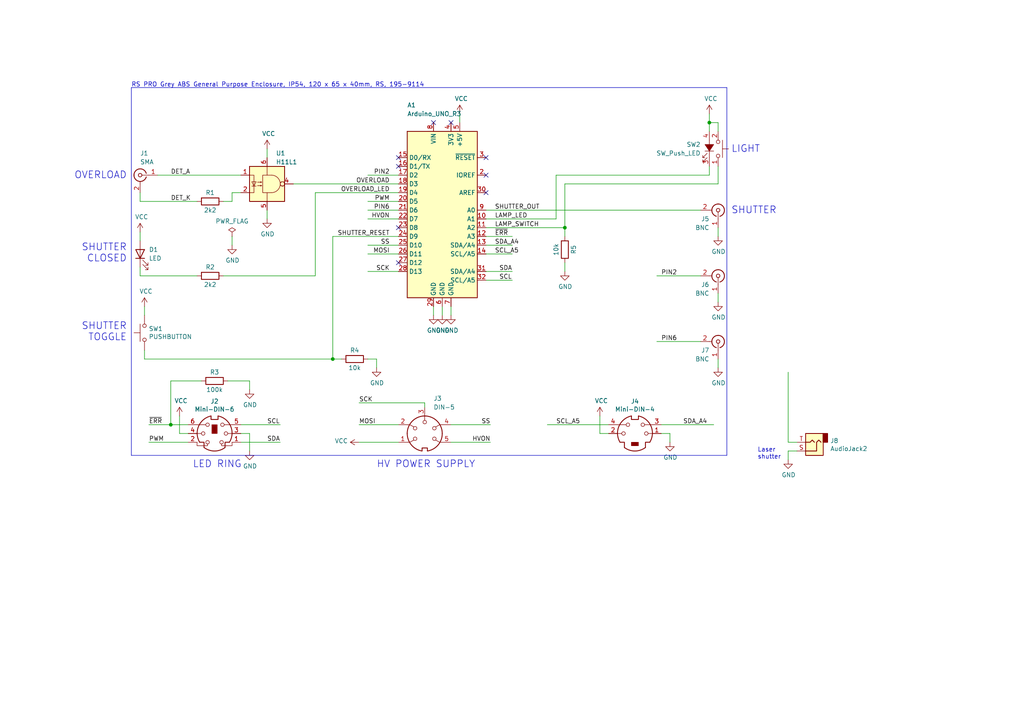
<source format=kicad_sch>
(kicad_sch (version 20230121) (generator eeschema)
  (paper "A4")
  (title_block (title "Detector Overload Shutter Controller") (date "2018-08-30") (rev "0") (company "King's College London") (comment 1 "Jakub Nedbal") (comment 2 "BSD license"))
  (lib_symbols
    (symbol "Connector:Conn_Coaxial" (pin_names (offset 1.016) hide)
      (property "Reference" "J" (at 0.254 3.048 0))
      (property "Value" "Conn_Coaxial" (at 2.921 0 90))
      (symbol "Conn_Coaxial_0_1"
        (arc (start -1.778 -0.508) (mid 0.2311 -1.8066) (end 1.778 0) (stroke (width 0.254)))
        (polyline (pts (xy -2.54 0) (xy -0.508 0)))
        (polyline (pts (xy 0 -2.54) (xy 0 -1.778)))
        (circle (center 0 0) (radius 0.508) (stroke (width 0.2032)))
        (arc (start 1.778 0) (mid 0.2099 1.8101) (end -1.778 0.508) (stroke (width 0.254)))
      )
      (symbol "Conn_Coaxial_1_1"
        (pin passive line (at -5.08 0 0) (length 2.54) (name "In") (number "1"))
        (pin passive line (at 0 -5.08 90) (length 2.54) (name "Ext") (number "2"))
      )
    )
    (symbol "Connector:DIN-5" (pin_names (offset 1.016))
      (property "Reference" "J" (at 3.175 5.715 0))
      (property "Value" "DIN-5" (at 0 -6.35 0))
      (symbol "DIN-5_0_1"
        (arc (start -5.08 0) (mid -3.8609 -3.3364) (end -0.762 -5.08) (stroke (width 0.254)))
        (circle (center -2.794 -1.524) (radius 0.508))
        (circle (center -2.794 1.524) (radius 0.508))
        (polyline (pts (xy 0 5.08) (xy 0 3.81)))
        (polyline (pts (xy -5.08 -2.54) (xy -4.318 -2.54) (xy -3.175 -1.905)))
        (polyline (pts (xy -5.08 2.54) (xy -4.318 2.54) (xy -3.175 1.905)))
        (polyline (pts (xy 5.08 -2.54) (xy 4.318 -2.54) (xy 3.175 -1.905)))
        (polyline (pts (xy 5.08 2.54) (xy 4.318 2.54) (xy 3.175 1.905)))
        (polyline (pts (xy -0.762 -4.953) (xy -0.762 -4.191) (xy 0.762 -4.191) (xy 0.762 -4.953)) (stroke (width 0.254)))
        (circle (center 0 3.302) (radius 0.508))
        (arc (start 0.762 -5.08) (mid 3.8685 -3.343) (end 5.08 0) (stroke (width 0.254)))
        (circle (center 2.794 -1.524) (radius 0.508))
        (circle (center 2.794 1.524) (radius 0.508))
        (arc (start 5.08 0) (mid 0 5.0579) (end -5.08 0) (stroke (width 0.254)))
      )
      (symbol "DIN-5_1_1"
        (pin passive line (at -7.62 -2.54 0) (length 2.54) (name "~") (number "1"))
        (pin passive line (at -7.62 2.54 0) (length 2.54) (name "~") (number "2"))
        (pin passive line (at 0 7.62 270) (length 2.54) (name "~") (number "3"))
        (pin passive line (at 7.62 2.54 180) (length 2.54) (name "~") (number "4"))
        (pin passive line (at 7.62 -2.54 180) (length 2.54) (name "~") (number "5"))
      )
    )
    (symbol "Connector:Mini-DIN-4" (pin_names (offset 1.016))
      (property "Reference" "J" (at 0 6.35 0))
      (property "Value" "Mini-DIN-4" (at 0 -6.35 0))
      (symbol "Mini-DIN-4_0_1"
        (circle (center -3.302 0) (radius 0.508))
        (arc (start -3.048 -4.064) (mid 0 -5.08) (end 3.048 -4.064) (stroke (width 0.254)))
        (circle (center -2.032 2.54) (radius 0.508))
        (rectangle (start -1.016 -2.54) (end 1.016 -3.556) (fill (type outline)))
        (arc (start -1.016 5.08) (mid -4.6228 2.1214) (end -4.318 -2.54) (stroke (width 0.254)))
        (polyline (pts (xy -3.81 0) (xy -5.08 0)))
        (polyline (pts (xy -2.54 2.54) (xy -5.08 2.54)))
        (polyline (pts (xy 2.794 2.54) (xy 5.08 2.54)))
        (polyline (pts (xy 5.08 0) (xy 3.81 0)))
        (polyline (pts (xy -4.318 -2.54) (xy -3.048 -2.54) (xy -3.048 -4.064)) (stroke (width 0.254)))
        (polyline (pts (xy 4.318 -2.54) (xy 3.048 -2.54) (xy 3.048 -4.064)) (stroke (width 0.254)))
        (polyline (pts (xy -1.016 5.08) (xy -1.016 4.064) (xy 1.016 4.064) (xy 1.016 5.08)) (stroke (width 0.254)))
        (circle (center 2.286 2.54) (radius 0.508))
        (circle (center 3.302 0) (radius 0.508))
        (arc (start 4.318 -2.54) (mid 4.6661 2.1322) (end 1.016 5.08) (stroke (width 0.254)))
      )
      (symbol "Mini-DIN-4_1_1"
        (pin passive line (at 7.62 0 180) (length 2.54) (name "~") (number "1"))
        (pin passive line (at -7.62 0 0) (length 2.54) (name "~") (number "2"))
        (pin passive line (at 7.62 2.54 180) (length 2.54) (name "~") (number "3"))
        (pin passive line (at -7.62 2.54 0) (length 2.54) (name "~") (number "4"))
      )
    )
    (symbol "Connector:Mini-DIN-6" (pin_names (offset 1.016))
      (property "Reference" "J" (at 0 6.35 0))
      (property "Value" "Mini-DIN-6" (at 0 -6.35 0))
      (symbol "Mini-DIN-6_0_1"
        (circle (center -3.302 0) (radius 0.508))
        (arc (start -3.048 -4.064) (mid 0 -5.08) (end 3.048 -4.064) (stroke (width 0.254)))
        (circle (center -2.032 -2.54) (radius 0.508))
        (circle (center -2.032 2.54) (radius 0.508))
        (arc (start -1.016 5.08) (mid -4.6228 2.1214) (end -4.318 -2.54) (stroke (width 0.254)))
        (rectangle (start -0.762 2.54) (end 0.762 0) (fill (type outline)))
        (polyline (pts (xy -3.81 0) (xy -5.08 0)))
        (polyline (pts (xy -2.54 2.54) (xy -5.08 2.54)))
        (polyline (pts (xy 2.794 2.54) (xy 5.08 2.54)))
        (polyline (pts (xy 5.08 0) (xy 3.81 0)))
        (polyline (pts (xy -4.318 -2.54) (xy -3.048 -2.54) (xy -3.048 -4.064)) (stroke (width 0.254)))
        (polyline (pts (xy 4.318 -2.54) (xy 3.048 -2.54) (xy 3.048 -4.064)) (stroke (width 0.254)))
        (polyline (pts (xy -2.032 -3.048) (xy -2.032 -3.556) (xy -5.08 -3.556) (xy -5.08 -2.54)))
        (polyline (pts (xy -1.016 5.08) (xy -1.016 4.064) (xy 1.016 4.064) (xy 1.016 5.08)) (stroke (width 0.254)))
        (polyline (pts (xy 2.032 -3.048) (xy 2.032 -3.556) (xy 5.08 -3.556) (xy 5.08 -2.54)))
        (circle (center 2.032 -2.54) (radius 0.508))
        (circle (center 2.286 2.54) (radius 0.508))
        (circle (center 3.302 0) (radius 0.508))
        (arc (start 4.318 -2.54) (mid 4.6661 2.1322) (end 1.016 5.08) (stroke (width 0.254)))
      )
      (symbol "Mini-DIN-6_1_1"
        (pin passive line (at 7.62 -2.54 180) (length 2.54) (name "~") (number "1"))
        (pin passive line (at -7.62 -2.54 0) (length 2.54) (name "~") (number "2"))
        (pin passive line (at 7.62 0 180) (length 2.54) (name "~") (number "3"))
        (pin passive line (at -7.62 0 0) (length 2.54) (name "~") (number "4"))
        (pin passive line (at 7.62 2.54 180) (length 2.54) (name "~") (number "5"))
        (pin passive line (at -7.62 2.54 0) (length 2.54) (name "~") (number "6"))
      )
    )
    (symbol "Device:LED" (pin_numbers hide) (pin_names (offset 1.016) hide)
      (property "Reference" "D" (at 0 2.54 0))
      (property "Value" "LED" (at 0 -2.54 0))
      (symbol "LED_0_1"
        (polyline (pts (xy -1.27 -1.27) (xy -1.27 1.27)) (stroke (width 0.254)))
        (polyline (pts (xy -1.27 0) (xy 1.27 0)))
        (polyline (pts (xy 1.27 -1.27) (xy 1.27 1.27) (xy -1.27 0) (xy 1.27 -1.27)) (stroke (width 0.254)))
        (polyline (pts (xy -3.048 -0.762) (xy -4.572 -2.286) (xy -3.81 -2.286) (xy -4.572 -2.286) (xy -4.572 -1.524)))
        (polyline (pts (xy -1.778 -0.762) (xy -3.302 -2.286) (xy -2.54 -2.286) (xy -3.302 -2.286) (xy -3.302 -1.524)))
      )
      (symbol "LED_1_1"
        (pin passive line (at -3.81 0 0) (length 2.54) (name "K") (number "1"))
        (pin passive line (at 3.81 0 180) (length 2.54) (name "A") (number "2"))
      )
    )
    (symbol "Device:R" (pin_numbers hide) (pin_names (offset 0))
      (property "Reference" "R" (at 2.032 0 90))
      (property "Value" "R" (at 0 0 90))
      (symbol "R_0_1"
        (rectangle (start -1.016 -2.54) (end 1.016 2.54) (stroke (width 0.254)))
      )
      (symbol "R_1_1"
        (pin passive line (at 0 3.81 270) (length 1.27) (name "~") (number "1"))
        (pin passive line (at 0 -3.81 90) (length 1.27) (name "~") (number "2"))
      )
    )
    (symbol "Isolator:H11L1" (pin_names (offset 1.016))
      (property "Reference" "U" (at 1.27 8.89 0))
      (property "Value" "H11L1" (at 1.27 6.35 0))
      (symbol "H11L1_0_1"
        (rectangle (start -5.08 5.08) (end 5.08 -5.08) (stroke (width 0.254)) (fill (type background)))
        (polyline (pts (xy -4.445 -0.635) (xy -3.175 -0.635)))
        (polyline (pts (xy 0 2.54) (xy 0 5.08)))
        (polyline (pts (xy 0 -2.54) (xy 0 -5.08) (xy 0 -3.81)))
        (polyline (pts (xy -5.08 -2.54) (xy -3.81 -2.54) (xy -3.81 2.54) (xy -5.08 2.54)))
        (polyline (pts (xy -3.81 -0.635) (xy -4.445 0.635) (xy -3.175 0.635) (xy -3.81 -0.635)))
        (polyline (pts (xy 1.27 -2.54) (xy -1.27 -2.54) (xy -1.27 2.54) (xy 1.27 2.54)))
        (polyline (pts (xy -2.794 -0.508) (xy -1.524 -0.508) (xy -1.905 -0.635) (xy -1.905 -0.381) (xy -1.524 -0.508)))
        (polyline (pts (xy -2.794 0.508) (xy -1.524 0.508) (xy -1.905 0.381) (xy -1.905 0.635) (xy -1.524 0.508)))
        (arc (start 1.27 -2.54) (mid 3.799 0) (end 1.27 2.54))
      )
      (symbol "H11L1_1_1"
        (pin passive line (at -7.62 2.54 0) (length 2.54) (name "~") (number "1"))
        (pin passive line (at -7.62 -2.54 0) (length 2.54) (name "~") (number "2"))
        (pin no_connect line (at -5.08 0 0) (length 2.54) hide (name "~") (number "3"))
        (pin output inverted (at 7.62 0 180) (length 3.81) (name "~") (number "4"))
        (pin power_in line (at 0 -7.62 90) (length 2.54) (name "~") (number "5"))
        (pin power_in line (at 0 7.62 270) (length 2.54) (name "~") (number "6"))
      )
    )
    (symbol "MCP_shutter_driver-rescue:AudioJack2-Connector"
      (property "Reference" "J" (at 0 8.89 0))
      (property "Value" "Connector_AudioJack2" (at 0 6.35 0))
      (symbol "AudioJack2-Connector_0_1"
        (rectangle (start -3.81 0) (end -2.54 -2.54) (stroke (width 0.254)) (fill (type outline)))
        (rectangle (start -2.54 3.81) (end 2.54 -2.54) (stroke (width 0.254)) (fill (type background)))
        (polyline (pts (xy 0 0) (xy 0.635 -0.635) (xy 1.27 0) (xy 2.54 0)) (stroke (width 0.254)))
        (polyline (pts (xy 2.54 2.54) (xy -0.635 2.54) (xy -0.635 0) (xy -1.27 -0.635) (xy -1.905 0)) (stroke (width 0.254)))
      )
      (symbol "AudioJack2-Connector_1_1"
        (pin passive line (at 5.08 2.54 180) (length 2.54) (name "~") (number "S"))
        (pin passive line (at 5.08 0 180) (length 2.54) (name "~") (number "T"))
      )
    )
    (symbol "MCU_Module:Arduino_UNO_R3"
      (property "Reference" "A" (at -10.16 23.495 0))
      (property "Value" "Arduino_UNO_R3" (at 5.08 -26.67 0))
      (symbol "Arduino_UNO_R3_0_1"
        (rectangle (start -10.16 22.86) (end 10.16 -25.4) (stroke (width 0.254)) (fill (type background)))
      )
      (symbol "Arduino_UNO_R3_1_1"
        (pin no_connect line (at -10.16 -20.32 0) (length 2.54) hide (name "NC") (number "1"))
        (pin bidirectional line (at 12.7 -2.54 180) (length 2.54) (name "A1") (number "10"))
        (pin bidirectional line (at 12.7 -5.08 180) (length 2.54) (name "A2") (number "11"))
        (pin bidirectional line (at 12.7 -7.62 180) (length 2.54) (name "A3") (number "12"))
        (pin bidirectional line (at 12.7 -10.16 180) (length 2.54) (name "SDA/A4") (number "13"))
        (pin bidirectional line (at 12.7 -12.7 180) (length 2.54) (name "SCL/A5") (number "14"))
        (pin bidirectional line (at -12.7 15.24 0) (length 2.54) (name "D0/RX") (number "15"))
        (pin bidirectional line (at -12.7 12.7 0) (length 2.54) (name "D1/TX") (number "16"))
        (pin bidirectional line (at -12.7 10.16 0) (length 2.54) (name "D2") (number "17"))
        (pin bidirectional line (at -12.7 7.62 0) (length 2.54) (name "D3") (number "18"))
        (pin bidirectional line (at -12.7 5.08 0) (length 2.54) (name "D4") (number "19"))
        (pin output line (at 12.7 10.16 180) (length 2.54) (name "IOREF") (number "2"))
        (pin bidirectional line (at -12.7 2.54 0) (length 2.54) (name "D5") (number "20"))
        (pin bidirectional line (at -12.7 0 0) (length 2.54) (name "D6") (number "21"))
        (pin bidirectional line (at -12.7 -2.54 0) (length 2.54) (name "D7") (number "22"))
        (pin bidirectional line (at -12.7 -5.08 0) (length 2.54) (name "D8") (number "23"))
        (pin bidirectional line (at -12.7 -7.62 0) (length 2.54) (name "D9") (number "24"))
        (pin bidirectional line (at -12.7 -10.16 0) (length 2.54) (name "D10") (number "25"))
        (pin bidirectional line (at -12.7 -12.7 0) (length 2.54) (name "D11") (number "26"))
        (pin bidirectional line (at -12.7 -15.24 0) (length 2.54) (name "D12") (number "27"))
        (pin bidirectional line (at -12.7 -17.78 0) (length 2.54) (name "D13") (number "28"))
        (pin power_in line (at -2.54 -27.94 90) (length 2.54) (name "GND") (number "29"))
        (pin input line (at 12.7 15.24 180) (length 2.54) (name "~{RESET}") (number "3"))
        (pin input line (at 12.7 5.08 180) (length 2.54) (name "AREF") (number "30"))
        (pin bidirectional line (at 12.7 -17.78 180) (length 2.54) (name "SDA/A4") (number "31"))
        (pin bidirectional line (at 12.7 -20.32 180) (length 2.54) (name "SCL/A5") (number "32"))
        (pin power_out line (at 2.54 25.4 270) (length 2.54) (name "3V3") (number "4"))
        (pin power_out line (at 5.08 25.4 270) (length 2.54) (name "+5V") (number "5"))
        (pin power_in line (at 0 -27.94 90) (length 2.54) (name "GND") (number "6"))
        (pin power_in line (at 2.54 -27.94 90) (length 2.54) (name "GND") (number "7"))
        (pin power_in line (at -2.54 25.4 270) (length 2.54) (name "VIN") (number "8"))
        (pin bidirectional line (at 12.7 0 180) (length 2.54) (name "A0") (number "9"))
      )
    )
    (symbol "Switch:SW_Push" (pin_numbers hide) (pin_names (offset 1.016) hide)
      (property "Reference" "SW" (at 1.27 2.54 0))
      (property "Value" "SW_Push" (at 0 -1.524 0))
      (symbol "SW_Push_0_1"
        (circle (center -2.032 0) (radius 0.508))
        (polyline (pts (xy 0 1.27) (xy 0 3.048)))
        (polyline (pts (xy 2.54 1.27) (xy -2.54 1.27)))
        (circle (center 2.032 0) (radius 0.508))
        (pin passive line (at -5.08 0 0) (length 2.54) (name "1") (number "1"))
        (pin passive line (at 5.08 0 180) (length 2.54) (name "2") (number "2"))
      )
    )
    (symbol "Switch:SW_Push_LED" (pin_names (offset 1.016) hide)
      (property "Reference" "SW" (at 0.635 5.715 0))
      (property "Value" "SW_Push_LED" (at 0 -3.175 0))
      (symbol "SW_Push_LED_0_0"
        (polyline (pts (xy -3.81 -1.905) (xy -2.54 -0.635)))
        (polyline (pts (xy -2.54 -1.905) (xy -1.27 -0.635)))
        (polyline (pts (xy -2.54 0) (xy 2.54 0)))
        (polyline (pts (xy -0.635 1.27) (xy -0.635 -1.27)))
        (polyline (pts (xy -3.81 -1.27) (xy -3.81 -1.905) (xy -3.175 -1.905)))
        (polyline (pts (xy -2.54 -1.27) (xy -2.54 -1.905) (xy -1.905 -1.905)))
        (polyline (pts (xy -0.635 0) (xy 1.27 1.27) (xy 1.27 -1.27) (xy -0.635 0)) (fill (type outline)))
      )
      (symbol "SW_Push_LED_0_1"
        (circle (center -2.032 2.54) (radius 0.508))
        (polyline (pts (xy 0 3.81) (xy 0 5.588)))
        (polyline (pts (xy 2.54 3.81) (xy -2.54 3.81)))
        (circle (center 2.032 2.54) (radius 0.508))
        (pin passive line (at -5.08 2.54 0) (length 2.54) (name "1") (number "1"))
        (pin passive line (at 5.08 2.54 180) (length 2.54) (name "2") (number "2"))
        (pin passive line (at -5.08 0 0) (length 2.54) (name "K") (number "3"))
        (pin passive line (at 5.08 0 180) (length 2.54) (name "A") (number "4"))
      )
    )
    (symbol "power:GND" (power) (pin_names (offset 0))
      (property "Value" "GND" (at 0 -3.81 0))
      (symbol "GND_0_1"
        (polyline (pts (xy 0 0) (xy 0 -1.27) (xy 1.27 -1.27) (xy 0 -2.54) (xy -1.27 -1.27) (xy 0 -1.27)))
      )
      (symbol "GND_1_1"
        (pin power_in line (at 0 0 270) (length 0) hide (name "GND") (number "1"))
      )
    )
    (symbol "power:PWR_FLAG" (power) (pin_numbers hide) (pin_names (offset 0) hide)
      (property "Value" "PWR_FLAG" (at 0 3.81 0))
      (symbol "PWR_FLAG_0_0"
        (pin power_out line (at 0 0 90) (length 0) (name "pwr") (number "1"))
      )
      (symbol "PWR_FLAG_0_1"
        (polyline (pts (xy 0 0) (xy 0 1.27) (xy -1.016 1.905) (xy 0 2.54) (xy 1.016 1.905) (xy 0 1.27)))
      )
    )
    (symbol "power:VCC" (power) (pin_names (offset 0))
      (property "Value" "VCC" (at 0 3.81 0))
      (symbol "VCC_0_1"
        (polyline (pts (xy -0.762 1.27) (xy 0 2.54)))
        (polyline (pts (xy 0 0) (xy 0 2.54)))
        (polyline (pts (xy 0 2.54) (xy 0.762 1.27)))
      )
      (symbol "VCC_1_1"
        (pin power_in line (at 0 0 90) (length 0) hide (name "VCC") (number "1"))
      )
    )
  )
  (junction (at 205.74 35.56))
  (junction (at 49.53 123.19))
  (junction (at 96.52 104.14))
  (junction (at 163.83 66.04))
  (no_connect (at 115.57 66.04))
  (no_connect (at 140.97 50.8))
  (no_connect (at 130.81 35.56))
  (no_connect (at 115.57 48.26))
  (no_connect (at 115.57 45.72))
  (no_connect (at 115.57 76.2))
  (no_connect (at 140.97 45.72))
  (no_connect (at 125.73 35.56))
  (no_connect (at 140.97 55.88))
  (wire (pts (xy 205.74 33.02) (xy 205.74 35.56)))
  (wire (pts (xy 69.85 123.19) (xy 81.28 123.19)))
  (wire (pts (xy 54.61 125.73) (xy 52.07 125.73)))
  (wire (pts (xy 115.57 58.42) (xy 106.68 58.42)))
  (wire (pts (xy 208.28 48.26) (xy 208.28 53.34)))
  (wire (pts (xy 40.64 69.85) (xy 40.64 67.31)))
  (wire (pts (xy 99.06 104.14) (xy 96.52 104.14)))
  (wire (pts (xy 72.39 110.49) (xy 66.04 110.49)))
  (wire (pts (xy 140.97 68.58) (xy 148.59 68.58)))
  (wire (pts (xy 115.57 60.96) (xy 106.68 60.96)))
  (wire (pts (xy 205.74 50.8) (xy 161.29 50.8)))
  (wire (pts (xy 133.35 35.56) (xy 133.35 33.02)))
  (wire (pts (xy 91.44 55.88) (xy 115.57 55.88)))
  (wire (pts (xy 176.53 123.19) (xy 158.75 123.19)))
  (wire (pts (xy 140.97 66.04) (xy 163.83 66.04)))
  (wire (pts (xy 208.28 66.04) (xy 208.28 68.58)))
  (wire (pts (xy 191.77 125.73) (xy 194.31 125.73)))
  (wire (pts (xy 123.19 116.84) (xy 104.14 116.84)))
  (wire (pts (xy 228.6 130.81) (xy 228.6 133.35)))
  (wire (pts (xy 125.73 91.44) (xy 125.73 88.9)))
  (wire (pts (xy 69.85 50.8) (xy 45.72 50.8)))
  (wire (pts (xy 40.64 77.47) (xy 40.64 80.01)))
  (wire (pts (xy 173.99 125.73) (xy 173.99 120.65)))
  (wire (pts (xy 96.52 68.58) (xy 96.52 104.14)))
  (wire (pts (xy 115.57 50.8) (xy 106.68 50.8)))
  (wire (pts (xy 190.5 99.06) (xy 203.2 99.06)))
  (polyline (pts (xy 210.82 132.08) (xy 38.1 132.08)))
  (wire (pts (xy 54.61 128.27) (xy 43.18 128.27)))
  (wire (pts (xy 140.97 78.74) (xy 148.59 78.74)))
  (wire (pts (xy 231.14 128.27) (xy 228.6 128.27)))
  (wire (pts (xy 77.47 45.72) (xy 77.47 43.18)))
  (wire (pts (xy 64.77 80.01) (xy 91.44 80.01)))
  (wire (pts (xy 231.14 130.81) (xy 228.6 130.81)))
  (wire (pts (xy 191.77 123.19) (xy 207.01 123.19)))
  (wire (pts (xy 67.31 58.42) (xy 67.31 55.88)))
  (wire (pts (xy 208.28 104.14) (xy 208.28 106.68)))
  (wire (pts (xy 104.14 128.27) (xy 115.57 128.27)))
  (wire (pts (xy 115.57 123.19) (xy 104.14 123.19)))
  (wire (pts (xy 69.85 125.73) (xy 72.39 125.73)))
  (wire (pts (xy 54.61 123.19) (xy 49.53 123.19)))
  (wire (pts (xy 140.97 81.28) (xy 148.59 81.28)))
  (wire (pts (xy 109.22 104.14) (xy 109.22 106.68)))
  (wire (pts (xy 49.53 123.19) (xy 43.18 123.19)))
  (wire (pts (xy 115.57 68.58) (xy 96.52 68.58)))
  (wire (pts (xy 67.31 55.88) (xy 69.85 55.88)))
  (wire (pts (xy 72.39 113.03) (xy 72.39 110.49)))
  (wire (pts (xy 115.57 78.74) (xy 106.68 78.74)))
  (wire (pts (xy 203.2 80.01) (xy 190.5 80.01)))
  (wire (pts (xy 52.07 125.73) (xy 52.07 120.65)))
  (wire (pts (xy 205.74 35.56) (xy 205.74 38.1)))
  (wire (pts (xy 72.39 130.81) (xy 72.39 125.73)))
  (wire (pts (xy 203.2 60.96) (xy 140.97 60.96)))
  (wire (pts (xy 194.31 125.73) (xy 194.31 128.27)))
  (wire (pts (xy 40.64 55.88) (xy 40.64 58.42)))
  (wire (pts (xy 64.77 58.42) (xy 67.31 58.42)))
  (wire (pts (xy 228.6 128.27) (xy 228.6 107.95)))
  (wire (pts (xy 176.53 125.73) (xy 173.99 125.73)))
  (wire (pts (xy 208.28 35.56) (xy 205.74 35.56)))
  (wire (pts (xy 77.47 60.96) (xy 77.47 63.5)))
  (wire (pts (xy 69.85 128.27) (xy 81.28 128.27)))
  (wire (pts (xy 130.81 91.44) (xy 130.81 88.9)))
  (wire (pts (xy 67.31 68.58) (xy 67.31 71.12)))
  (wire (pts (xy 115.57 71.12) (xy 106.68 71.12)))
  (wire (pts (xy 49.53 110.49) (xy 49.53 123.19)))
  (wire (pts (xy 205.74 48.26) (xy 205.74 50.8)))
  (wire (pts (xy 57.15 80.01) (xy 40.64 80.01)))
  (wire (pts (xy 123.19 118.11) (xy 123.19 116.84)))
  (wire (pts (xy 58.42 110.49) (xy 49.53 110.49)))
  (wire (pts (xy 41.91 104.14) (xy 96.52 104.14)))
  (wire (pts (xy 208.28 38.1) (xy 208.28 35.56)))
  (wire (pts (xy 163.83 53.34) (xy 208.28 53.34)))
  (wire (pts (xy 161.29 50.8) (xy 161.29 63.5)))
  (wire (pts (xy 40.64 58.42) (xy 57.15 58.42)))
  (wire (pts (xy 115.57 73.66) (xy 106.68 73.66)))
  (wire (pts (xy 140.97 71.12) (xy 148.59 71.12)))
  (wire (pts (xy 208.28 85.09) (xy 208.28 87.63)))
  (wire (pts (xy 115.57 63.5) (xy 106.68 63.5)))
  (wire (pts (xy 109.22 104.14) (xy 106.68 104.14)))
  (wire (pts (xy 140.97 73.66) (xy 148.59 73.66)))
  (wire (pts (xy 128.27 91.44) (xy 128.27 88.9)))
  (wire (pts (xy 41.91 101.6) (xy 41.91 104.14)))
  (wire (pts (xy 140.97 63.5) (xy 161.29 63.5)))
  (wire (pts (xy 130.81 128.27) (xy 142.24 128.27)))
  (polyline (pts (xy 38.1 132.08) (xy 38.1 25.4)))
  (wire (pts (xy 163.83 66.04) (xy 163.83 68.58)))
  (wire (pts (xy 163.83 66.04) (xy 163.83 53.34)))
  (wire (pts (xy 130.81 123.19) (xy 142.24 123.19)))
  (polyline (pts (xy 38.1 25.4) (xy 210.82 25.4)))
  (wire (pts (xy 91.44 80.01) (xy 91.44 55.88)))
  (wire (pts (xy 85.09 53.34) (xy 115.57 53.34)))
  (wire (pts (xy 163.83 76.2) (xy 163.83 78.74)))
  (polyline (pts (xy 210.82 25.4) (xy 210.82 132.08)))
  (wire (pts (xy 41.91 91.44) (xy 41.91 88.9)))
  (text "SHUTTER\nCLOSED" (at 36.83 76.2 0) (effects (font (size 2.0066 2.0066)) (justify right bottom)))
  (text "SHUTTER\nTOGGLE" (at 36.83 99.06 0) (effects (font (size 2.0066 2.0066)) (justify right bottom)))
  (text "LED RING" (at 55.88 135.89 0) (effects (font (size 2.0066 2.0066)) (justify left bottom)))
  (text "SHUTTER" (at 212.09 62.23 0) (effects (font (size 2.0066 2.0066)) (justify left bottom)))
  (text "HV POWER SUPPLY" (at 109.22 135.89 0) (effects (font (size 2.0066 2.0066)) (justify left bottom)))
  (text "Laser\nshutter" (at 219.71 133.35 0) (effects (font (size 1.27 1.27)) (justify left bottom)))
  (text "LIGHT" (at 212.09 44.45 0) (effects (font (size 2.0066 2.0066)) (justify left bottom)))
  (text "RS PRO Grey ABS General Purpose Enclosure, IP54, 120 x 65 x 40mm, RS, 195-9114" (at 38.1 25.4 0) (effects (font (size 1.27 1.27)) (justify left bottom)))
  (text "OVERLOAD" (at 36.83 52.07 0) (effects (font (size 2.0066 2.0066)) (justify right bottom)))
  (label "MOSI" (at 104.14 123.19 0))
  (label "OVERLOAD_LED" (at 113.03 55.88 180))
  (label "SDA_A4" (at 143.51 71.12 0))
  (label "PWM" (at 113.03 58.42 180))
  (label "SDA_A4" (at 198.12 123.19 0))
  (label "PIN2" (at 191.77 80.01 0))
  (label "SCL" (at 144.78 81.28 0))
  (label "SS" (at 113.03 71.12 180))
  (label "SS" (at 142.24 123.19 180))
  (label "PWM" (at 43.18 128.27 0))
  (label "LAMP_SWITCH" (at 143.51 66.04 0))
  (label "PIN2" (at 113.03 50.8 180))
  (label "DET_A" (at 49.53 50.8 0))
  (label "SHUTTER_RESET" (at 113.03 68.58 180))
  (label "SCL" (at 77.47 123.19 0))
  (label "LAMP_LED" (at 143.51 63.5 0))
  (label "HVON" (at 113.03 63.5 180))
  (label "SCL_A5" (at 143.51 73.66 0))
  (label "SDA" (at 77.47 128.27 0))
  (label "HVON" (at 142.24 128.27 180))
  (label "SDA" (at 144.78 78.74 0))
  (label "SCK" (at 104.14 116.84 0))
  (label "SCK" (at 113.03 78.74 180))
  (label "PIN6" (at 113.03 60.96 180))
  (label "~{ERR}" (at 43.18 123.19 0))
  (label "PIN6" (at 191.77 99.06 0))
  (label "SHUTTER_OUT" (at 143.51 60.96 0))
  (label "DET_K" (at 49.53 58.42 0))
  (label "OVERLOAD" (at 113.03 53.34 180))
  (label "SCL_A5" (at 161.29 123.19 0))
  (label "MOSI" (at 113.03 73.66 180))
  (label "~{ERR}" (at 143.51 68.58 0))
  (symbol (lib_id "Connector:Conn_Coaxial") (at 40.64 50.8 0) (mirror y) (unit 1)
    (property "Reference" "J1" (at 40.64 44.45 0) (effects (justify right)))
    (property "Value" "SMA" (at 40.64 46.99 0) (effects (justify right)))
    (property "Datasheet" " ~" (effects hide))
  )
  (symbol (lib_id "Isolator:H11L1") (at 77.47 53.34 0) (unit 1)
    (property "Reference" "U1" (at 80.01 44.45 0) (effects (justify left)))
    (property "Value" "H11L1" (at 80.01 46.99 0) (effects (justify left)))
    (property "Datasheet" "https://www.fairchildsemi.com/datasheets/H1/H11L1M.pdf" (effects hide))
  )
  (symbol (lib_id "Device:R") (at 60.96 58.42 270) (unit 1)
    (property "Reference" "R1" (at 60.96 55.88 90))
    (property "Value" "2k2" (at 60.96 60.96 90))
  )
  (symbol (lib_id "power:GND") (at 77.47 63.5 0) (unit 1)
    (property "Reference" "#PWR08" (effects hide))
    (property "Value" "GND" (at 77.597 67.8942 0))
  )
  (symbol (lib_id "power:VCC") (at 77.47 43.18 0) (unit 1)
    (property "Reference" "#PWR07" (effects hide))
    (property "Value" "VCC" (at 77.9018 38.7858 0))
  )
  (symbol (lib_id "power:VCC") (at 133.35 33.02 0) (unit 1)
    (property "Reference" "#PWR014" (effects hide))
    (property "Value" "VCC" (at 133.7818 28.6258 0))
  )
  (symbol (lib_id "Switch:SW_Push") (at 41.91 96.52 90) (unit 1)
    (property "Reference" "SW1" (at 43.1292 95.3516 90) (effects (justify right)))
    (property "Value" "PUSHBUTTON" (at 43.1292 97.663 90) (effects (justify right)))
  )
  (symbol (lib_id "Device:R") (at 102.87 104.14 270) (unit 1)
    (property "Reference" "R4" (at 102.87 101.6 90))
    (property "Value" "10k" (at 102.87 106.68 90))
  )
  (symbol (lib_id "power:GND") (at 109.22 106.68 0) (unit 1)
    (property "Reference" "#PWR010" (effects hide))
    (property "Value" "GND" (at 109.347 111.0742 0))
  )
  (symbol (lib_id "power:GND") (at 128.27 91.44 0) (unit 1)
    (property "Reference" "#PWR012" (effects hide))
    (property "Value" "GND" (at 128.397 95.8342 0))
  )
  (symbol (lib_id "power:GND") (at 130.81 91.44 0) (unit 1)
    (property "Reference" "#PWR013" (effects hide))
    (property "Value" "GND" (at 130.937 95.8342 0))
  )
  (symbol (lib_id "power:VCC") (at 40.64 67.31 0) (unit 1)
    (property "Reference" "#PWR01" (effects hide))
    (property "Value" "VCC" (at 41.0718 62.9158 0))
  )
  (symbol (lib_id "Device:R") (at 60.96 80.01 270) (unit 1)
    (property "Reference" "R2" (at 60.96 77.47 90))
    (property "Value" "2k2" (at 60.96 82.55 90))
  )
  (symbol (lib_id "Device:LED") (at 40.64 73.66 90) (unit 1)
    (property "Reference" "D1" (at 43.18 72.39 90) (effects (justify right)))
    (property "Value" "LED" (at 43.18 74.93 90) (effects (justify right)))
  )
  (symbol (lib_id "Connector:Conn_Coaxial") (at 208.28 60.96 270) (mirror x) (unit 1)
    (property "Reference" "J5" (at 205.74 63.5 90) (effects (justify right)))
    (property "Value" "BNC" (at 205.74 66.04 90) (effects (justify right)))
    (property "Datasheet" " ~" (effects hide))
  )
  (symbol (lib_id "power:GND") (at 208.28 68.58 0) (unit 1)
    (property "Reference" "#PWR019" (effects hide))
    (property "Value" "GND" (at 208.407 72.9742 0))
  )
  (symbol (lib_id "power:PWR_FLAG") (at 67.31 68.58 0) (unit 1)
    (property "Reference" "#FLG01" (effects hide))
    (property "Value" "PWR_FLAG" (at 67.31 64.1604 0))
  )
  (symbol (lib_id "power:GND") (at 67.31 71.12 0) (unit 1)
    (property "Reference" "#PWR04" (effects hide))
    (property "Value" "GND" (at 67.437 75.5142 0))
  )
  (symbol (lib_id "MCU_Module:Arduino_UNO_R3") (at 128.27 60.96 0) (unit 1)
    (property "Reference" "A1" (at 118.11 30.48 0) (effects (justify left)))
    (property "Value" "Arduino_UNO_R3" (at 118.11 33.02 0) (effects (justify left)))
    (property "Footprint" "Module:Arduino_UNO_R3" (effects hide))
    (property "Datasheet" "https://www.arduino.cc/en/Main/arduinoBoardUno" (effects hide))
  )
  (symbol (lib_id "power:GND") (at 125.73 91.44 0) (unit 1)
    (property "Reference" "#PWR011" (effects hide))
    (property "Value" "GND" (at 125.857 95.8342 0))
  )
  (symbol (lib_id "Connector:Mini-DIN-6") (at 62.23 125.73 0) (unit 1)
    (property "Reference" "J2" (at 62.23 116.4082 0))
    (property "Value" "Mini-DIN-6" (at 62.23 118.7196 0))
    (property "Datasheet" "http://service.powerdynamics.com/ec/Catalog17/Section%2011.pdf" (effects hide))
  )
  (symbol (lib_id "power:GND") (at 72.39 130.81 0) (unit 1)
    (property "Reference" "#PWR06" (effects hide))
    (property "Value" "GND" (at 72.517 135.2042 0))
  )
  (symbol (lib_id "power:VCC") (at 52.07 120.65 0) (unit 1)
    (property "Reference" "#PWR03" (effects hide))
    (property "Value" "VCC" (at 52.5018 116.2558 0))
  )
  (symbol (lib_id "Switch:SW_Push_LED") (at 205.74 43.18 270) (mirror x) (unit 1)
    (property "Reference" "SW2" (at 203.2 41.91 90) (effects (justify right)))
    (property "Value" "SW_Push_LED" (at 203.2 44.45 90) (effects (justify right)))
  )
  (symbol (lib_id "Device:R") (at 163.83 72.39 180) (unit 1)
    (property "Reference" "R5" (at 166.37 72.39 90))
    (property "Value" "10k" (at 161.29 72.39 90))
  )
  (symbol (lib_id "power:GND") (at 163.83 78.74 0) (unit 1)
    (property "Reference" "#PWR015" (effects hide))
    (property "Value" "GND" (at 163.957 83.1342 0))
  )
  (symbol (lib_id "power:VCC") (at 205.74 33.02 0) (unit 1)
    (property "Reference" "#PWR018" (effects hide))
    (property "Value" "VCC" (at 206.1718 28.6258 0))
  )
  (symbol (lib_id "Connector:DIN-5") (at 123.19 125.73 0) (unit 1)
    (property "Reference" "J3" (at 125.73 115.57 0) (effects (justify left)))
    (property "Value" "DIN-5" (at 125.73 118.11 0) (effects (justify left)))
    (property "Datasheet" "http://www.mouser.com/ds/2/18/40_c091_abd_e-75918.pdf" (effects hide))
  )
  (symbol (lib_id "power:VCC") (at 104.14 128.27 90) (unit 1)
    (property "Reference" "#PWR09" (effects hide))
    (property "Value" "VCC" (at 100.9142 127.889 90) (effects (justify left)))
  )
  (symbol (lib_id "Connector:Conn_Coaxial") (at 208.28 99.06 270) (mirror x) (unit 1)
    (property "Reference" "J7" (at 205.74 101.6 90) (effects (justify right)))
    (property "Value" "BNC" (at 205.74 104.14 90) (effects (justify right)))
    (property "Datasheet" " ~" (effects hide))
  )
  (symbol (lib_id "power:GND") (at 208.28 106.68 0) (unit 1)
    (property "Reference" "#PWR021" (effects hide))
    (property "Value" "GND" (at 208.407 111.0742 0))
  )
  (symbol (lib_id "Connector:Conn_Coaxial") (at 208.28 80.01 270) (mirror x) (unit 1)
    (property "Reference" "J6" (at 205.74 82.55 90) (effects (justify right)))
    (property "Value" "BNC" (at 205.74 85.09 90) (effects (justify right)))
    (property "Datasheet" " ~" (effects hide))
  )
  (symbol (lib_id "power:GND") (at 208.28 87.63 0) (unit 1)
    (property "Reference" "#PWR020" (effects hide))
    (property "Value" "GND" (at 208.407 92.0242 0))
  )
  (symbol (lib_id "Device:R") (at 62.23 110.49 270) (unit 1)
    (property "Reference" "R3" (at 62.23 107.95 90))
    (property "Value" "100k" (at 62.23 113.03 90))
  )
  (symbol (lib_id "power:GND") (at 72.39 113.03 0) (unit 1)
    (property "Reference" "#PWR05" (effects hide))
    (property "Value" "GND" (at 72.517 117.4242 0))
  )
  (symbol (lib_id "power:VCC") (at 41.91 88.9 0) (unit 1)
    (property "Reference" "#PWR02" (effects hide))
    (property "Value" "VCC" (at 42.3418 84.5058 0))
  )
  (symbol (lib_id "MCP_shutter_driver-rescue:AudioJack2-Connector") (at 236.22 128.27 180) (unit 1)
    (property "Reference" "J8" (at 240.792 127.8382 0) (effects (justify right)))
    (property "Value" "AudioJack2" (at 240.792 130.1496 0) (effects (justify right)))
  )
  (symbol (lib_id "power:GND") (at 228.6 133.35 0) (unit 1)
    (property "Reference" "#PWR022" (effects hide))
    (property "Value" "GND" (at 228.727 137.7442 0))
  )
  (symbol (lib_id "Connector:Mini-DIN-4") (at 184.15 125.73 0) (unit 1)
    (property "Reference" "J4" (at 184.15 116.4082 0))
    (property "Value" "Mini-DIN-4" (at 184.15 118.7196 0))
    (property "Datasheet" "http://service.powerdynamics.com/ec/Catalog17/Section%2011.pdf" (effects hide))
  )
  (symbol (lib_id "power:GND") (at 194.31 128.27 0) (unit 1)
    (property "Reference" "#PWR017" (effects hide))
    (property "Value" "GND" (at 194.437 132.6642 0))
  )
  (symbol (lib_id "power:VCC") (at 173.99 120.65 0) (unit 1)
    (property "Reference" "#PWR016" (effects hide))
    (property "Value" "VCC" (at 174.4218 116.2558 0))
  )
)
</source>
